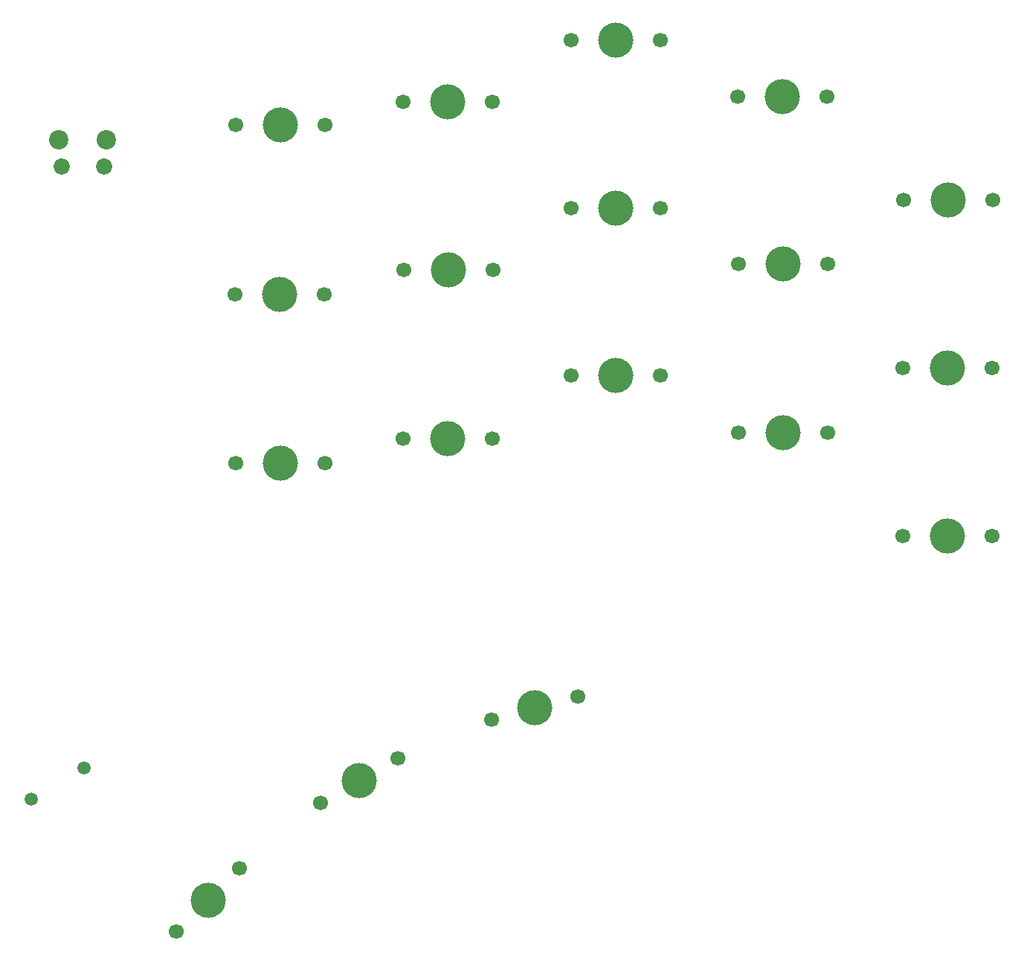
<source format=gbr>
%TF.GenerationSoftware,KiCad,Pcbnew,9.0.2-9.0.2-0~ubuntu24.04.1*%
%TF.CreationDate,2025-07-03T20:15:36-04:00*%
%TF.ProjectId,custom_Hackboard,63757374-6f6d-45f4-9861-636b626f6172,rev?*%
%TF.SameCoordinates,Original*%
%TF.FileFunction,NonPlated,1,2,NPTH,Drill*%
%TF.FilePolarity,Positive*%
%FSLAX46Y46*%
G04 Gerber Fmt 4.6, Leading zero omitted, Abs format (unit mm)*
G04 Created by KiCad (PCBNEW 9.0.2-9.0.2-0~ubuntu24.04.1) date 2025-07-03 20:15:36*
%MOMM*%
%LPD*%
G01*
G04 APERTURE LIST*
%TA.AperFunction,ComponentDrill*%
%ADD10C,1.500000*%
%TD*%
%TA.AperFunction,ComponentDrill*%
%ADD11C,1.700000*%
%TD*%
%TA.AperFunction,ComponentDrill*%
%ADD12C,1.850000*%
%TD*%
%TA.AperFunction,ComponentDrill*%
%ADD13C,2.200000*%
%TD*%
%TA.AperFunction,ComponentDrill*%
%ADD14C,4.000000*%
%TD*%
G04 APERTURE END LIST*
D10*
%TO.C,U3*%
X448197794Y-336569956D03*
X454259972Y-333069956D03*
D11*
%TO.C,SW6*%
X464777949Y-351682156D03*
%TO.C,SW7*%
X471420000Y-279100000D03*
%TO.C,SW1*%
X471470000Y-259800000D03*
%TO.C,SW13*%
X471500000Y-298300000D03*
%TO.C,SW6*%
X471962154Y-344497951D03*
%TO.C,SW12*%
X481180586Y-337040009D03*
%TO.C,SW7*%
X481580000Y-279100000D03*
%TO.C,SW1*%
X481630000Y-259800000D03*
%TO.C,SW13*%
X481660000Y-298300000D03*
%TO.C,SW12*%
X489979405Y-331960009D03*
%TO.C,SW14*%
X490550000Y-295500000D03*
%TO.C,SW2*%
X490560000Y-257190000D03*
%TO.C,SW8*%
X490630000Y-276290000D03*
%TO.C,SW18*%
X500603146Y-327514804D03*
%TO.C,SW14*%
X500710000Y-295500000D03*
%TO.C,SW2*%
X500720000Y-257190000D03*
%TO.C,SW8*%
X500790000Y-276290000D03*
%TO.C,SW3*%
X509660000Y-250190000D03*
%TO.C,SW9*%
X509680000Y-269280000D03*
%TO.C,SW15*%
X509690000Y-288330000D03*
%TO.C,SW18*%
X510416952Y-324885203D03*
%TO.C,SW3*%
X519820000Y-250190000D03*
%TO.C,SW9*%
X519840000Y-269280000D03*
%TO.C,SW15*%
X519850000Y-288330000D03*
%TO.C,SW4*%
X528680000Y-256580000D03*
%TO.C,SW16*%
X528710000Y-294890000D03*
%TO.C,SW10*%
X528720000Y-275640000D03*
%TO.C,SW4*%
X538840000Y-256580000D03*
%TO.C,SW16*%
X538870000Y-294890000D03*
%TO.C,SW10*%
X538880000Y-275640000D03*
%TO.C,SW11*%
X547490000Y-287520000D03*
%TO.C,SW17*%
X547490000Y-306630000D03*
%TO.C,SW5*%
X547500000Y-268380000D03*
%TO.C,SW11*%
X557650000Y-287520000D03*
%TO.C,SW17*%
X557650000Y-306630000D03*
%TO.C,SW5*%
X557660000Y-268380000D03*
D12*
%TO.C,A1*%
X451665000Y-264570000D03*
X456515000Y-264570000D03*
D13*
X451365000Y-261540000D03*
X456815000Y-261540000D03*
D14*
%TO.C,SW6*%
X468370051Y-348090054D03*
%TO.C,SW7*%
X476500000Y-279100000D03*
%TO.C,SW1*%
X476550000Y-259800000D03*
%TO.C,SW13*%
X476580000Y-298300000D03*
%TO.C,SW12*%
X485579995Y-334500009D03*
%TO.C,SW14*%
X495630000Y-295500000D03*
%TO.C,SW2*%
X495640000Y-257190000D03*
%TO.C,SW8*%
X495710000Y-276290000D03*
%TO.C,SW18*%
X505510049Y-326200004D03*
%TO.C,SW3*%
X514740000Y-250190000D03*
%TO.C,SW9*%
X514760000Y-269280000D03*
%TO.C,SW15*%
X514770000Y-288330000D03*
%TO.C,SW4*%
X533760000Y-256580000D03*
%TO.C,SW16*%
X533790000Y-294890000D03*
%TO.C,SW10*%
X533800000Y-275640000D03*
%TO.C,SW11*%
X552570000Y-287520000D03*
%TO.C,SW17*%
X552570000Y-306630000D03*
%TO.C,SW5*%
X552580000Y-268380000D03*
M02*

</source>
